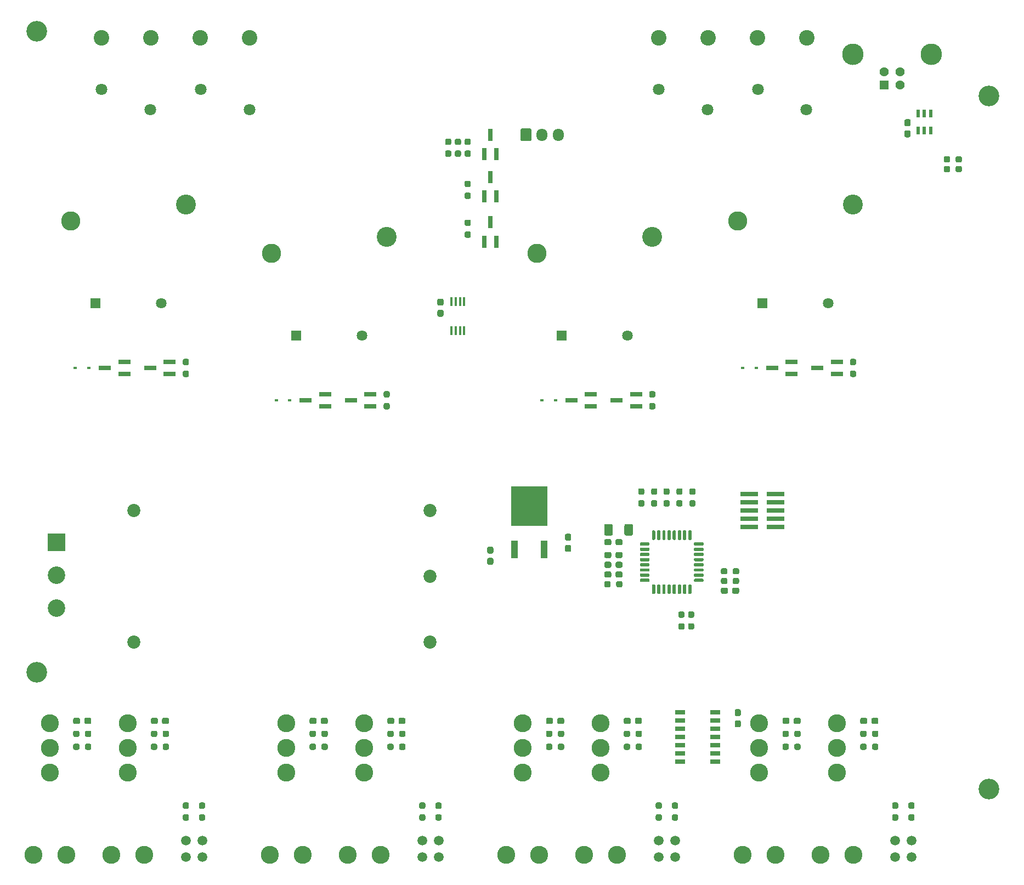
<source format=gts>
%TF.GenerationSoftware,KiCad,Pcbnew,5.1.10-88a1d61d58~90~ubuntu20.04.1*%
%TF.CreationDate,2021-10-18T00:45:22+03:00*%
%TF.ProjectId,PRS_relay_board,5052535f-7265-46c6-9179-5f626f617264,rev?*%
%TF.SameCoordinates,Original*%
%TF.FileFunction,Soldermask,Top*%
%TF.FilePolarity,Negative*%
%FSLAX46Y46*%
G04 Gerber Fmt 4.6, Leading zero omitted, Abs format (unit mm)*
G04 Created by KiCad (PCBNEW 5.1.10-88a1d61d58~90~ubuntu20.04.1) date 2021-10-18 00:45:22*
%MOMM*%
%LPD*%
G01*
G04 APERTURE LIST*
%ADD10C,2.775000*%
%ADD11C,1.800000*%
%ADD12C,3.316000*%
%ADD13C,1.428000*%
%ADD14R,1.428000X1.428000*%
%ADD15C,2.400000*%
%ADD16C,3.076000*%
%ADD17C,2.970000*%
%ADD18R,1.635000X1.635000*%
%ADD19C,1.635000*%
%ADD20R,0.450000X1.475000*%
%ADD21R,1.000000X2.750000*%
%ADD22R,5.550000X6.150000*%
%ADD23C,2.700000*%
%ADD24R,2.700000X2.700000*%
%ADD25R,1.550000X0.700000*%
%ADD26C,1.500000*%
%ADD27R,2.790000X0.740000*%
%ADD28R,0.600000X1.150000*%
%ADD29R,0.600000X0.450000*%
%ADD30R,0.800000X1.900000*%
%ADD31R,1.900000X0.800000*%
%ADD32C,2.025000*%
%ADD33O,1.700000X1.950000*%
%ADD34C,3.200000*%
G04 APERTURE END LIST*
D10*
%TO.C,S8*%
X188500000Y-168500000D03*
X188500000Y-164690000D03*
X188500000Y-160880000D03*
X191040000Y-181200000D03*
X185960000Y-181200000D03*
%TD*%
%TO.C,S7*%
X176500000Y-168500000D03*
X176500000Y-164690000D03*
X176500000Y-160880000D03*
X179040000Y-181200000D03*
X173960000Y-181200000D03*
%TD*%
%TO.C,S6*%
X152000000Y-168500000D03*
X152000000Y-164690000D03*
X152000000Y-160880000D03*
X154540000Y-181200000D03*
X149460000Y-181200000D03*
%TD*%
%TO.C,S5*%
X140000000Y-168500000D03*
X140000000Y-164690000D03*
X140000000Y-160880000D03*
X142540000Y-181200000D03*
X137460000Y-181200000D03*
%TD*%
%TO.C,S4*%
X115500000Y-168500000D03*
X115500000Y-164690000D03*
X115500000Y-160880000D03*
X118040000Y-181200000D03*
X112960000Y-181200000D03*
%TD*%
%TO.C,S3*%
X103500000Y-168500000D03*
X103500000Y-164690000D03*
X103500000Y-160880000D03*
X106040000Y-181200000D03*
X100960000Y-181200000D03*
%TD*%
%TO.C,S2*%
X79000000Y-168500000D03*
X79000000Y-164690000D03*
X79000000Y-160880000D03*
X81540000Y-181200000D03*
X76460000Y-181200000D03*
%TD*%
%TO.C,S1*%
X67000000Y-168500000D03*
X67000000Y-164690000D03*
X67000000Y-160880000D03*
X69540000Y-181200000D03*
X64460000Y-181200000D03*
%TD*%
D11*
%TO.C,RV4*%
X82500000Y-66100000D03*
X75000000Y-63000000D03*
%TD*%
%TO.C,RV3*%
X97800000Y-66100000D03*
X90300000Y-63000000D03*
%TD*%
%TO.C,RV2*%
X168500000Y-66100000D03*
X161000000Y-63000000D03*
%TD*%
%TO.C,RV1*%
X183800000Y-66100000D03*
X176300000Y-63000000D03*
%TD*%
%TO.C,R44*%
G36*
G01*
X131737500Y-71575000D02*
X131262500Y-71575000D01*
G75*
G02*
X131025000Y-71337500I0J237500D01*
G01*
X131025000Y-70837500D01*
G75*
G02*
X131262500Y-70600000I237500J0D01*
G01*
X131737500Y-70600000D01*
G75*
G02*
X131975000Y-70837500I0J-237500D01*
G01*
X131975000Y-71337500D01*
G75*
G02*
X131737500Y-71575000I-237500J0D01*
G01*
G37*
G36*
G01*
X131737500Y-73400000D02*
X131262500Y-73400000D01*
G75*
G02*
X131025000Y-73162500I0J237500D01*
G01*
X131025000Y-72662500D01*
G75*
G02*
X131262500Y-72425000I237500J0D01*
G01*
X131737500Y-72425000D01*
G75*
G02*
X131975000Y-72662500I0J-237500D01*
G01*
X131975000Y-73162500D01*
G75*
G02*
X131737500Y-73400000I-237500J0D01*
G01*
G37*
%TD*%
D12*
%TO.C,J3*%
X191000000Y-57590000D03*
X203040000Y-57590000D03*
D13*
X195770000Y-60300000D03*
X198270000Y-60300000D03*
D14*
X195770000Y-62300000D03*
D13*
X198270000Y-62300000D03*
%TD*%
D15*
%TO.C,J2*%
X97860000Y-55000000D03*
X90240000Y-55000000D03*
X82620000Y-55000000D03*
X75000000Y-55000000D03*
%TD*%
%TO.C,J1*%
X183860000Y-55000000D03*
X176240000Y-55000000D03*
X168620000Y-55000000D03*
X161000000Y-55000000D03*
%TD*%
D16*
%TO.C,K4*%
X87970000Y-80760000D03*
D17*
X70190000Y-83300000D03*
D18*
X74000000Y-96000000D03*
D19*
X84160000Y-96000000D03*
%TD*%
D16*
%TO.C,K3*%
X118970000Y-85760000D03*
D17*
X101190000Y-88300000D03*
D18*
X105000000Y-101000000D03*
D19*
X115160000Y-101000000D03*
%TD*%
D16*
%TO.C,K2*%
X159970000Y-85760000D03*
D17*
X142190000Y-88300000D03*
D18*
X146000000Y-101000000D03*
D19*
X156160000Y-101000000D03*
%TD*%
D16*
%TO.C,K1*%
X190970000Y-80760000D03*
D17*
X173190000Y-83300000D03*
D18*
X177000000Y-96000000D03*
D19*
X187160000Y-96000000D03*
%TD*%
D20*
%TO.C,U1*%
X129025000Y-95788000D03*
X129675000Y-95788000D03*
X130325000Y-95788000D03*
X130975000Y-95788000D03*
X130975000Y-100212000D03*
X130325000Y-100212000D03*
X129675000Y-100212000D03*
X129025000Y-100212000D03*
%TD*%
D21*
%TO.C,U5*%
X143290000Y-134000000D03*
D22*
X141000000Y-127300000D03*
D21*
X138710000Y-134000000D03*
%TD*%
D23*
%TO.C,J5*%
X68000000Y-143080000D03*
X68000000Y-138000000D03*
D24*
X68000000Y-132920000D03*
%TD*%
D25*
%TO.C,U3*%
X169725000Y-159190000D03*
X169725000Y-160460000D03*
X169725000Y-161730000D03*
X169725000Y-163000000D03*
X169725000Y-164270000D03*
X169725000Y-165540000D03*
X169725000Y-166810000D03*
X164275000Y-166810000D03*
X164275000Y-165540000D03*
X164275000Y-164270000D03*
X164275000Y-163000000D03*
X164275000Y-161730000D03*
X164275000Y-160460000D03*
X164275000Y-159190000D03*
%TD*%
D26*
%TO.C,LED4*%
X200040000Y-178960000D03*
X197500000Y-178960000D03*
X200040000Y-181500000D03*
X197500000Y-181500000D03*
%TD*%
%TO.C,LED3*%
X163540000Y-178960000D03*
X161000000Y-178960000D03*
X163540000Y-181500000D03*
X161000000Y-181500000D03*
%TD*%
%TO.C,LED2*%
X127040000Y-178960000D03*
X124500000Y-178960000D03*
X127040000Y-181500000D03*
X124500000Y-181500000D03*
%TD*%
%TO.C,LED1*%
X90540000Y-178960000D03*
X88000000Y-178960000D03*
X90540000Y-181500000D03*
X88000000Y-181500000D03*
%TD*%
D27*
%TO.C,J4*%
X179035000Y-130540000D03*
X174965000Y-130540000D03*
X179035000Y-129270000D03*
X174965000Y-129270000D03*
X179035000Y-128000000D03*
X174965000Y-128000000D03*
X179035000Y-126730000D03*
X174965000Y-126730000D03*
X179035000Y-125460000D03*
X174965000Y-125460000D03*
%TD*%
D28*
%TO.C,U4*%
X202950000Y-69300000D03*
X202000000Y-69300000D03*
X201050000Y-69300000D03*
X201050000Y-66700000D03*
X202000000Y-66700000D03*
X202950000Y-66700000D03*
%TD*%
%TO.C,C13*%
G36*
G01*
X153900000Y-130349999D02*
X153900000Y-131650001D01*
G75*
G02*
X153650001Y-131900000I-249999J0D01*
G01*
X152824999Y-131900000D01*
G75*
G02*
X152575000Y-131650001I0J249999D01*
G01*
X152575000Y-130349999D01*
G75*
G02*
X152824999Y-130100000I249999J0D01*
G01*
X153650001Y-130100000D01*
G75*
G02*
X153900000Y-130349999I0J-249999D01*
G01*
G37*
G36*
G01*
X157025000Y-130349999D02*
X157025000Y-131650001D01*
G75*
G02*
X156775001Y-131900000I-249999J0D01*
G01*
X155949999Y-131900000D01*
G75*
G02*
X155700000Y-131650001I0J249999D01*
G01*
X155700000Y-130349999D01*
G75*
G02*
X155949999Y-130100000I249999J0D01*
G01*
X156775001Y-130100000D01*
G75*
G02*
X157025000Y-130349999I0J-249999D01*
G01*
G37*
%TD*%
D29*
%TO.C,D7*%
X70950000Y-106000000D03*
X73050000Y-106000000D03*
%TD*%
%TO.C,D5*%
X101950000Y-111000000D03*
X104050000Y-111000000D03*
%TD*%
%TO.C,D3*%
X142950000Y-111000000D03*
X145050000Y-111000000D03*
%TD*%
%TO.C,D1*%
X173950000Y-106000000D03*
X176050000Y-106000000D03*
%TD*%
%TO.C,U2*%
G36*
G01*
X159950000Y-132450000D02*
X159950000Y-131200000D01*
G75*
G02*
X160075000Y-131075000I125000J0D01*
G01*
X160325000Y-131075000D01*
G75*
G02*
X160450000Y-131200000I0J-125000D01*
G01*
X160450000Y-132450000D01*
G75*
G02*
X160325000Y-132575000I-125000J0D01*
G01*
X160075000Y-132575000D01*
G75*
G02*
X159950000Y-132450000I0J125000D01*
G01*
G37*
G36*
G01*
X160750000Y-132450000D02*
X160750000Y-131200000D01*
G75*
G02*
X160875000Y-131075000I125000J0D01*
G01*
X161125000Y-131075000D01*
G75*
G02*
X161250000Y-131200000I0J-125000D01*
G01*
X161250000Y-132450000D01*
G75*
G02*
X161125000Y-132575000I-125000J0D01*
G01*
X160875000Y-132575000D01*
G75*
G02*
X160750000Y-132450000I0J125000D01*
G01*
G37*
G36*
G01*
X161550000Y-132450000D02*
X161550000Y-131200000D01*
G75*
G02*
X161675000Y-131075000I125000J0D01*
G01*
X161925000Y-131075000D01*
G75*
G02*
X162050000Y-131200000I0J-125000D01*
G01*
X162050000Y-132450000D01*
G75*
G02*
X161925000Y-132575000I-125000J0D01*
G01*
X161675000Y-132575000D01*
G75*
G02*
X161550000Y-132450000I0J125000D01*
G01*
G37*
G36*
G01*
X162350000Y-132450000D02*
X162350000Y-131200000D01*
G75*
G02*
X162475000Y-131075000I125000J0D01*
G01*
X162725000Y-131075000D01*
G75*
G02*
X162850000Y-131200000I0J-125000D01*
G01*
X162850000Y-132450000D01*
G75*
G02*
X162725000Y-132575000I-125000J0D01*
G01*
X162475000Y-132575000D01*
G75*
G02*
X162350000Y-132450000I0J125000D01*
G01*
G37*
G36*
G01*
X163150000Y-132450000D02*
X163150000Y-131200000D01*
G75*
G02*
X163275000Y-131075000I125000J0D01*
G01*
X163525000Y-131075000D01*
G75*
G02*
X163650000Y-131200000I0J-125000D01*
G01*
X163650000Y-132450000D01*
G75*
G02*
X163525000Y-132575000I-125000J0D01*
G01*
X163275000Y-132575000D01*
G75*
G02*
X163150000Y-132450000I0J125000D01*
G01*
G37*
G36*
G01*
X163950000Y-132450000D02*
X163950000Y-131200000D01*
G75*
G02*
X164075000Y-131075000I125000J0D01*
G01*
X164325000Y-131075000D01*
G75*
G02*
X164450000Y-131200000I0J-125000D01*
G01*
X164450000Y-132450000D01*
G75*
G02*
X164325000Y-132575000I-125000J0D01*
G01*
X164075000Y-132575000D01*
G75*
G02*
X163950000Y-132450000I0J125000D01*
G01*
G37*
G36*
G01*
X164750000Y-132450000D02*
X164750000Y-131200000D01*
G75*
G02*
X164875000Y-131075000I125000J0D01*
G01*
X165125000Y-131075000D01*
G75*
G02*
X165250000Y-131200000I0J-125000D01*
G01*
X165250000Y-132450000D01*
G75*
G02*
X165125000Y-132575000I-125000J0D01*
G01*
X164875000Y-132575000D01*
G75*
G02*
X164750000Y-132450000I0J125000D01*
G01*
G37*
G36*
G01*
X165550000Y-132450000D02*
X165550000Y-131200000D01*
G75*
G02*
X165675000Y-131075000I125000J0D01*
G01*
X165925000Y-131075000D01*
G75*
G02*
X166050000Y-131200000I0J-125000D01*
G01*
X166050000Y-132450000D01*
G75*
G02*
X165925000Y-132575000I-125000J0D01*
G01*
X165675000Y-132575000D01*
G75*
G02*
X165550000Y-132450000I0J125000D01*
G01*
G37*
G36*
G01*
X166425000Y-133325000D02*
X166425000Y-133075000D01*
G75*
G02*
X166550000Y-132950000I125000J0D01*
G01*
X167800000Y-132950000D01*
G75*
G02*
X167925000Y-133075000I0J-125000D01*
G01*
X167925000Y-133325000D01*
G75*
G02*
X167800000Y-133450000I-125000J0D01*
G01*
X166550000Y-133450000D01*
G75*
G02*
X166425000Y-133325000I0J125000D01*
G01*
G37*
G36*
G01*
X166425000Y-134125000D02*
X166425000Y-133875000D01*
G75*
G02*
X166550000Y-133750000I125000J0D01*
G01*
X167800000Y-133750000D01*
G75*
G02*
X167925000Y-133875000I0J-125000D01*
G01*
X167925000Y-134125000D01*
G75*
G02*
X167800000Y-134250000I-125000J0D01*
G01*
X166550000Y-134250000D01*
G75*
G02*
X166425000Y-134125000I0J125000D01*
G01*
G37*
G36*
G01*
X166425000Y-134925000D02*
X166425000Y-134675000D01*
G75*
G02*
X166550000Y-134550000I125000J0D01*
G01*
X167800000Y-134550000D01*
G75*
G02*
X167925000Y-134675000I0J-125000D01*
G01*
X167925000Y-134925000D01*
G75*
G02*
X167800000Y-135050000I-125000J0D01*
G01*
X166550000Y-135050000D01*
G75*
G02*
X166425000Y-134925000I0J125000D01*
G01*
G37*
G36*
G01*
X166425000Y-135725000D02*
X166425000Y-135475000D01*
G75*
G02*
X166550000Y-135350000I125000J0D01*
G01*
X167800000Y-135350000D01*
G75*
G02*
X167925000Y-135475000I0J-125000D01*
G01*
X167925000Y-135725000D01*
G75*
G02*
X167800000Y-135850000I-125000J0D01*
G01*
X166550000Y-135850000D01*
G75*
G02*
X166425000Y-135725000I0J125000D01*
G01*
G37*
G36*
G01*
X166425000Y-136525000D02*
X166425000Y-136275000D01*
G75*
G02*
X166550000Y-136150000I125000J0D01*
G01*
X167800000Y-136150000D01*
G75*
G02*
X167925000Y-136275000I0J-125000D01*
G01*
X167925000Y-136525000D01*
G75*
G02*
X167800000Y-136650000I-125000J0D01*
G01*
X166550000Y-136650000D01*
G75*
G02*
X166425000Y-136525000I0J125000D01*
G01*
G37*
G36*
G01*
X166425000Y-137325000D02*
X166425000Y-137075000D01*
G75*
G02*
X166550000Y-136950000I125000J0D01*
G01*
X167800000Y-136950000D01*
G75*
G02*
X167925000Y-137075000I0J-125000D01*
G01*
X167925000Y-137325000D01*
G75*
G02*
X167800000Y-137450000I-125000J0D01*
G01*
X166550000Y-137450000D01*
G75*
G02*
X166425000Y-137325000I0J125000D01*
G01*
G37*
G36*
G01*
X166425000Y-138125000D02*
X166425000Y-137875000D01*
G75*
G02*
X166550000Y-137750000I125000J0D01*
G01*
X167800000Y-137750000D01*
G75*
G02*
X167925000Y-137875000I0J-125000D01*
G01*
X167925000Y-138125000D01*
G75*
G02*
X167800000Y-138250000I-125000J0D01*
G01*
X166550000Y-138250000D01*
G75*
G02*
X166425000Y-138125000I0J125000D01*
G01*
G37*
G36*
G01*
X166425000Y-138925000D02*
X166425000Y-138675000D01*
G75*
G02*
X166550000Y-138550000I125000J0D01*
G01*
X167800000Y-138550000D01*
G75*
G02*
X167925000Y-138675000I0J-125000D01*
G01*
X167925000Y-138925000D01*
G75*
G02*
X167800000Y-139050000I-125000J0D01*
G01*
X166550000Y-139050000D01*
G75*
G02*
X166425000Y-138925000I0J125000D01*
G01*
G37*
G36*
G01*
X165550000Y-140800000D02*
X165550000Y-139550000D01*
G75*
G02*
X165675000Y-139425000I125000J0D01*
G01*
X165925000Y-139425000D01*
G75*
G02*
X166050000Y-139550000I0J-125000D01*
G01*
X166050000Y-140800000D01*
G75*
G02*
X165925000Y-140925000I-125000J0D01*
G01*
X165675000Y-140925000D01*
G75*
G02*
X165550000Y-140800000I0J125000D01*
G01*
G37*
G36*
G01*
X164750000Y-140800000D02*
X164750000Y-139550000D01*
G75*
G02*
X164875000Y-139425000I125000J0D01*
G01*
X165125000Y-139425000D01*
G75*
G02*
X165250000Y-139550000I0J-125000D01*
G01*
X165250000Y-140800000D01*
G75*
G02*
X165125000Y-140925000I-125000J0D01*
G01*
X164875000Y-140925000D01*
G75*
G02*
X164750000Y-140800000I0J125000D01*
G01*
G37*
G36*
G01*
X163950000Y-140800000D02*
X163950000Y-139550000D01*
G75*
G02*
X164075000Y-139425000I125000J0D01*
G01*
X164325000Y-139425000D01*
G75*
G02*
X164450000Y-139550000I0J-125000D01*
G01*
X164450000Y-140800000D01*
G75*
G02*
X164325000Y-140925000I-125000J0D01*
G01*
X164075000Y-140925000D01*
G75*
G02*
X163950000Y-140800000I0J125000D01*
G01*
G37*
G36*
G01*
X163150000Y-140800000D02*
X163150000Y-139550000D01*
G75*
G02*
X163275000Y-139425000I125000J0D01*
G01*
X163525000Y-139425000D01*
G75*
G02*
X163650000Y-139550000I0J-125000D01*
G01*
X163650000Y-140800000D01*
G75*
G02*
X163525000Y-140925000I-125000J0D01*
G01*
X163275000Y-140925000D01*
G75*
G02*
X163150000Y-140800000I0J125000D01*
G01*
G37*
G36*
G01*
X162350000Y-140800000D02*
X162350000Y-139550000D01*
G75*
G02*
X162475000Y-139425000I125000J0D01*
G01*
X162725000Y-139425000D01*
G75*
G02*
X162850000Y-139550000I0J-125000D01*
G01*
X162850000Y-140800000D01*
G75*
G02*
X162725000Y-140925000I-125000J0D01*
G01*
X162475000Y-140925000D01*
G75*
G02*
X162350000Y-140800000I0J125000D01*
G01*
G37*
G36*
G01*
X161550000Y-140800000D02*
X161550000Y-139550000D01*
G75*
G02*
X161675000Y-139425000I125000J0D01*
G01*
X161925000Y-139425000D01*
G75*
G02*
X162050000Y-139550000I0J-125000D01*
G01*
X162050000Y-140800000D01*
G75*
G02*
X161925000Y-140925000I-125000J0D01*
G01*
X161675000Y-140925000D01*
G75*
G02*
X161550000Y-140800000I0J125000D01*
G01*
G37*
G36*
G01*
X160750000Y-140800000D02*
X160750000Y-139550000D01*
G75*
G02*
X160875000Y-139425000I125000J0D01*
G01*
X161125000Y-139425000D01*
G75*
G02*
X161250000Y-139550000I0J-125000D01*
G01*
X161250000Y-140800000D01*
G75*
G02*
X161125000Y-140925000I-125000J0D01*
G01*
X160875000Y-140925000D01*
G75*
G02*
X160750000Y-140800000I0J125000D01*
G01*
G37*
G36*
G01*
X159950000Y-140800000D02*
X159950000Y-139550000D01*
G75*
G02*
X160075000Y-139425000I125000J0D01*
G01*
X160325000Y-139425000D01*
G75*
G02*
X160450000Y-139550000I0J-125000D01*
G01*
X160450000Y-140800000D01*
G75*
G02*
X160325000Y-140925000I-125000J0D01*
G01*
X160075000Y-140925000D01*
G75*
G02*
X159950000Y-140800000I0J125000D01*
G01*
G37*
G36*
G01*
X158075000Y-138925000D02*
X158075000Y-138675000D01*
G75*
G02*
X158200000Y-138550000I125000J0D01*
G01*
X159450000Y-138550000D01*
G75*
G02*
X159575000Y-138675000I0J-125000D01*
G01*
X159575000Y-138925000D01*
G75*
G02*
X159450000Y-139050000I-125000J0D01*
G01*
X158200000Y-139050000D01*
G75*
G02*
X158075000Y-138925000I0J125000D01*
G01*
G37*
G36*
G01*
X158075000Y-138125000D02*
X158075000Y-137875000D01*
G75*
G02*
X158200000Y-137750000I125000J0D01*
G01*
X159450000Y-137750000D01*
G75*
G02*
X159575000Y-137875000I0J-125000D01*
G01*
X159575000Y-138125000D01*
G75*
G02*
X159450000Y-138250000I-125000J0D01*
G01*
X158200000Y-138250000D01*
G75*
G02*
X158075000Y-138125000I0J125000D01*
G01*
G37*
G36*
G01*
X158075000Y-137325000D02*
X158075000Y-137075000D01*
G75*
G02*
X158200000Y-136950000I125000J0D01*
G01*
X159450000Y-136950000D01*
G75*
G02*
X159575000Y-137075000I0J-125000D01*
G01*
X159575000Y-137325000D01*
G75*
G02*
X159450000Y-137450000I-125000J0D01*
G01*
X158200000Y-137450000D01*
G75*
G02*
X158075000Y-137325000I0J125000D01*
G01*
G37*
G36*
G01*
X158075000Y-136525000D02*
X158075000Y-136275000D01*
G75*
G02*
X158200000Y-136150000I125000J0D01*
G01*
X159450000Y-136150000D01*
G75*
G02*
X159575000Y-136275000I0J-125000D01*
G01*
X159575000Y-136525000D01*
G75*
G02*
X159450000Y-136650000I-125000J0D01*
G01*
X158200000Y-136650000D01*
G75*
G02*
X158075000Y-136525000I0J125000D01*
G01*
G37*
G36*
G01*
X158075000Y-135725000D02*
X158075000Y-135475000D01*
G75*
G02*
X158200000Y-135350000I125000J0D01*
G01*
X159450000Y-135350000D01*
G75*
G02*
X159575000Y-135475000I0J-125000D01*
G01*
X159575000Y-135725000D01*
G75*
G02*
X159450000Y-135850000I-125000J0D01*
G01*
X158200000Y-135850000D01*
G75*
G02*
X158075000Y-135725000I0J125000D01*
G01*
G37*
G36*
G01*
X158075000Y-134925000D02*
X158075000Y-134675000D01*
G75*
G02*
X158200000Y-134550000I125000J0D01*
G01*
X159450000Y-134550000D01*
G75*
G02*
X159575000Y-134675000I0J-125000D01*
G01*
X159575000Y-134925000D01*
G75*
G02*
X159450000Y-135050000I-125000J0D01*
G01*
X158200000Y-135050000D01*
G75*
G02*
X158075000Y-134925000I0J125000D01*
G01*
G37*
G36*
G01*
X158075000Y-134125000D02*
X158075000Y-133875000D01*
G75*
G02*
X158200000Y-133750000I125000J0D01*
G01*
X159450000Y-133750000D01*
G75*
G02*
X159575000Y-133875000I0J-125000D01*
G01*
X159575000Y-134125000D01*
G75*
G02*
X159450000Y-134250000I-125000J0D01*
G01*
X158200000Y-134250000D01*
G75*
G02*
X158075000Y-134125000I0J125000D01*
G01*
G37*
G36*
G01*
X158075000Y-133325000D02*
X158075000Y-133075000D01*
G75*
G02*
X158200000Y-132950000I125000J0D01*
G01*
X159450000Y-132950000D01*
G75*
G02*
X159575000Y-133075000I0J-125000D01*
G01*
X159575000Y-133325000D01*
G75*
G02*
X159450000Y-133450000I-125000J0D01*
G01*
X158200000Y-133450000D01*
G75*
G02*
X158075000Y-133325000I0J125000D01*
G01*
G37*
%TD*%
%TO.C,R43*%
G36*
G01*
X128737500Y-71575000D02*
X128262500Y-71575000D01*
G75*
G02*
X128025000Y-71337500I0J237500D01*
G01*
X128025000Y-70837500D01*
G75*
G02*
X128262500Y-70600000I237500J0D01*
G01*
X128737500Y-70600000D01*
G75*
G02*
X128975000Y-70837500I0J-237500D01*
G01*
X128975000Y-71337500D01*
G75*
G02*
X128737500Y-71575000I-237500J0D01*
G01*
G37*
G36*
G01*
X128737500Y-73400000D02*
X128262500Y-73400000D01*
G75*
G02*
X128025000Y-73162500I0J237500D01*
G01*
X128025000Y-72662500D01*
G75*
G02*
X128262500Y-72425000I237500J0D01*
G01*
X128737500Y-72425000D01*
G75*
G02*
X128975000Y-72662500I0J-237500D01*
G01*
X128975000Y-73162500D01*
G75*
G02*
X128737500Y-73400000I-237500J0D01*
G01*
G37*
%TD*%
%TO.C,R42*%
G36*
G01*
X129762500Y-72425000D02*
X130237500Y-72425000D01*
G75*
G02*
X130475000Y-72662500I0J-237500D01*
G01*
X130475000Y-73162500D01*
G75*
G02*
X130237500Y-73400000I-237500J0D01*
G01*
X129762500Y-73400000D01*
G75*
G02*
X129525000Y-73162500I0J237500D01*
G01*
X129525000Y-72662500D01*
G75*
G02*
X129762500Y-72425000I237500J0D01*
G01*
G37*
G36*
G01*
X129762500Y-70600000D02*
X130237500Y-70600000D01*
G75*
G02*
X130475000Y-70837500I0J-237500D01*
G01*
X130475000Y-71337500D01*
G75*
G02*
X130237500Y-71575000I-237500J0D01*
G01*
X129762500Y-71575000D01*
G75*
G02*
X129525000Y-71337500I0J237500D01*
G01*
X129525000Y-70837500D01*
G75*
G02*
X129762500Y-70600000I237500J0D01*
G01*
G37*
%TD*%
%TO.C,R41*%
G36*
G01*
X131262500Y-84925000D02*
X131737500Y-84925000D01*
G75*
G02*
X131975000Y-85162500I0J-237500D01*
G01*
X131975000Y-85662500D01*
G75*
G02*
X131737500Y-85900000I-237500J0D01*
G01*
X131262500Y-85900000D01*
G75*
G02*
X131025000Y-85662500I0J237500D01*
G01*
X131025000Y-85162500D01*
G75*
G02*
X131262500Y-84925000I237500J0D01*
G01*
G37*
G36*
G01*
X131262500Y-83100000D02*
X131737500Y-83100000D01*
G75*
G02*
X131975000Y-83337500I0J-237500D01*
G01*
X131975000Y-83837500D01*
G75*
G02*
X131737500Y-84075000I-237500J0D01*
G01*
X131262500Y-84075000D01*
G75*
G02*
X131025000Y-83837500I0J237500D01*
G01*
X131025000Y-83337500D01*
G75*
G02*
X131262500Y-83100000I237500J0D01*
G01*
G37*
%TD*%
%TO.C,R40*%
G36*
G01*
X131262500Y-78925000D02*
X131737500Y-78925000D01*
G75*
G02*
X131975000Y-79162500I0J-237500D01*
G01*
X131975000Y-79662500D01*
G75*
G02*
X131737500Y-79900000I-237500J0D01*
G01*
X131262500Y-79900000D01*
G75*
G02*
X131025000Y-79662500I0J237500D01*
G01*
X131025000Y-79162500D01*
G75*
G02*
X131262500Y-78925000I237500J0D01*
G01*
G37*
G36*
G01*
X131262500Y-77100000D02*
X131737500Y-77100000D01*
G75*
G02*
X131975000Y-77337500I0J-237500D01*
G01*
X131975000Y-77837500D01*
G75*
G02*
X131737500Y-78075000I-237500J0D01*
G01*
X131262500Y-78075000D01*
G75*
G02*
X131025000Y-77837500I0J237500D01*
G01*
X131025000Y-77337500D01*
G75*
G02*
X131262500Y-77100000I237500J0D01*
G01*
G37*
%TD*%
%TO.C,R39*%
G36*
G01*
X165962500Y-126425000D02*
X166437500Y-126425000D01*
G75*
G02*
X166675000Y-126662500I0J-237500D01*
G01*
X166675000Y-127162500D01*
G75*
G02*
X166437500Y-127400000I-237500J0D01*
G01*
X165962500Y-127400000D01*
G75*
G02*
X165725000Y-127162500I0J237500D01*
G01*
X165725000Y-126662500D01*
G75*
G02*
X165962500Y-126425000I237500J0D01*
G01*
G37*
G36*
G01*
X165962500Y-124600000D02*
X166437500Y-124600000D01*
G75*
G02*
X166675000Y-124837500I0J-237500D01*
G01*
X166675000Y-125337500D01*
G75*
G02*
X166437500Y-125575000I-237500J0D01*
G01*
X165962500Y-125575000D01*
G75*
G02*
X165725000Y-125337500I0J237500D01*
G01*
X165725000Y-124837500D01*
G75*
G02*
X165962500Y-124600000I237500J0D01*
G01*
G37*
%TD*%
%TO.C,R38*%
G36*
G01*
X163962500Y-126425000D02*
X164437500Y-126425000D01*
G75*
G02*
X164675000Y-126662500I0J-237500D01*
G01*
X164675000Y-127162500D01*
G75*
G02*
X164437500Y-127400000I-237500J0D01*
G01*
X163962500Y-127400000D01*
G75*
G02*
X163725000Y-127162500I0J237500D01*
G01*
X163725000Y-126662500D01*
G75*
G02*
X163962500Y-126425000I237500J0D01*
G01*
G37*
G36*
G01*
X163962500Y-124600000D02*
X164437500Y-124600000D01*
G75*
G02*
X164675000Y-124837500I0J-237500D01*
G01*
X164675000Y-125337500D01*
G75*
G02*
X164437500Y-125575000I-237500J0D01*
G01*
X163962500Y-125575000D01*
G75*
G02*
X163725000Y-125337500I0J237500D01*
G01*
X163725000Y-124837500D01*
G75*
G02*
X163962500Y-124600000I237500J0D01*
G01*
G37*
%TD*%
%TO.C,R37*%
G36*
G01*
X161962500Y-126425000D02*
X162437500Y-126425000D01*
G75*
G02*
X162675000Y-126662500I0J-237500D01*
G01*
X162675000Y-127162500D01*
G75*
G02*
X162437500Y-127400000I-237500J0D01*
G01*
X161962500Y-127400000D01*
G75*
G02*
X161725000Y-127162500I0J237500D01*
G01*
X161725000Y-126662500D01*
G75*
G02*
X161962500Y-126425000I237500J0D01*
G01*
G37*
G36*
G01*
X161962500Y-124600000D02*
X162437500Y-124600000D01*
G75*
G02*
X162675000Y-124837500I0J-237500D01*
G01*
X162675000Y-125337500D01*
G75*
G02*
X162437500Y-125575000I-237500J0D01*
G01*
X161962500Y-125575000D01*
G75*
G02*
X161725000Y-125337500I0J237500D01*
G01*
X161725000Y-124837500D01*
G75*
G02*
X161962500Y-124600000I237500J0D01*
G01*
G37*
%TD*%
%TO.C,R36*%
G36*
G01*
X193925000Y-164737500D02*
X193925000Y-164262500D01*
G75*
G02*
X194162500Y-164025000I237500J0D01*
G01*
X194662500Y-164025000D01*
G75*
G02*
X194900000Y-164262500I0J-237500D01*
G01*
X194900000Y-164737500D01*
G75*
G02*
X194662500Y-164975000I-237500J0D01*
G01*
X194162500Y-164975000D01*
G75*
G02*
X193925000Y-164737500I0J237500D01*
G01*
G37*
G36*
G01*
X192100000Y-164737500D02*
X192100000Y-164262500D01*
G75*
G02*
X192337500Y-164025000I237500J0D01*
G01*
X192837500Y-164025000D01*
G75*
G02*
X193075000Y-164262500I0J-237500D01*
G01*
X193075000Y-164737500D01*
G75*
G02*
X192837500Y-164975000I-237500J0D01*
G01*
X192337500Y-164975000D01*
G75*
G02*
X192100000Y-164737500I0J237500D01*
G01*
G37*
%TD*%
%TO.C,R35*%
G36*
G01*
X181925000Y-164737500D02*
X181925000Y-164262500D01*
G75*
G02*
X182162500Y-164025000I237500J0D01*
G01*
X182662500Y-164025000D01*
G75*
G02*
X182900000Y-164262500I0J-237500D01*
G01*
X182900000Y-164737500D01*
G75*
G02*
X182662500Y-164975000I-237500J0D01*
G01*
X182162500Y-164975000D01*
G75*
G02*
X181925000Y-164737500I0J237500D01*
G01*
G37*
G36*
G01*
X180100000Y-164737500D02*
X180100000Y-164262500D01*
G75*
G02*
X180337500Y-164025000I237500J0D01*
G01*
X180837500Y-164025000D01*
G75*
G02*
X181075000Y-164262500I0J-237500D01*
G01*
X181075000Y-164737500D01*
G75*
G02*
X180837500Y-164975000I-237500J0D01*
G01*
X180337500Y-164975000D01*
G75*
G02*
X180100000Y-164737500I0J237500D01*
G01*
G37*
%TD*%
%TO.C,R34*%
G36*
G01*
X193075000Y-162262500D02*
X193075000Y-162737500D01*
G75*
G02*
X192837500Y-162975000I-237500J0D01*
G01*
X192337500Y-162975000D01*
G75*
G02*
X192100000Y-162737500I0J237500D01*
G01*
X192100000Y-162262500D01*
G75*
G02*
X192337500Y-162025000I237500J0D01*
G01*
X192837500Y-162025000D01*
G75*
G02*
X193075000Y-162262500I0J-237500D01*
G01*
G37*
G36*
G01*
X194900000Y-162262500D02*
X194900000Y-162737500D01*
G75*
G02*
X194662500Y-162975000I-237500J0D01*
G01*
X194162500Y-162975000D01*
G75*
G02*
X193925000Y-162737500I0J237500D01*
G01*
X193925000Y-162262500D01*
G75*
G02*
X194162500Y-162025000I237500J0D01*
G01*
X194662500Y-162025000D01*
G75*
G02*
X194900000Y-162262500I0J-237500D01*
G01*
G37*
%TD*%
%TO.C,R33*%
G36*
G01*
X181075000Y-162262500D02*
X181075000Y-162737500D01*
G75*
G02*
X180837500Y-162975000I-237500J0D01*
G01*
X180337500Y-162975000D01*
G75*
G02*
X180100000Y-162737500I0J237500D01*
G01*
X180100000Y-162262500D01*
G75*
G02*
X180337500Y-162025000I237500J0D01*
G01*
X180837500Y-162025000D01*
G75*
G02*
X181075000Y-162262500I0J-237500D01*
G01*
G37*
G36*
G01*
X182900000Y-162262500D02*
X182900000Y-162737500D01*
G75*
G02*
X182662500Y-162975000I-237500J0D01*
G01*
X182162500Y-162975000D01*
G75*
G02*
X181925000Y-162737500I0J237500D01*
G01*
X181925000Y-162262500D01*
G75*
G02*
X182162500Y-162025000I237500J0D01*
G01*
X182662500Y-162025000D01*
G75*
G02*
X182900000Y-162262500I0J-237500D01*
G01*
G37*
%TD*%
%TO.C,R32*%
G36*
G01*
X199762500Y-174925000D02*
X200237500Y-174925000D01*
G75*
G02*
X200475000Y-175162500I0J-237500D01*
G01*
X200475000Y-175662500D01*
G75*
G02*
X200237500Y-175900000I-237500J0D01*
G01*
X199762500Y-175900000D01*
G75*
G02*
X199525000Y-175662500I0J237500D01*
G01*
X199525000Y-175162500D01*
G75*
G02*
X199762500Y-174925000I237500J0D01*
G01*
G37*
G36*
G01*
X199762500Y-173100000D02*
X200237500Y-173100000D01*
G75*
G02*
X200475000Y-173337500I0J-237500D01*
G01*
X200475000Y-173837500D01*
G75*
G02*
X200237500Y-174075000I-237500J0D01*
G01*
X199762500Y-174075000D01*
G75*
G02*
X199525000Y-173837500I0J237500D01*
G01*
X199525000Y-173337500D01*
G75*
G02*
X199762500Y-173100000I237500J0D01*
G01*
G37*
%TD*%
%TO.C,R31*%
G36*
G01*
X157425000Y-164737500D02*
X157425000Y-164262500D01*
G75*
G02*
X157662500Y-164025000I237500J0D01*
G01*
X158162500Y-164025000D01*
G75*
G02*
X158400000Y-164262500I0J-237500D01*
G01*
X158400000Y-164737500D01*
G75*
G02*
X158162500Y-164975000I-237500J0D01*
G01*
X157662500Y-164975000D01*
G75*
G02*
X157425000Y-164737500I0J237500D01*
G01*
G37*
G36*
G01*
X155600000Y-164737500D02*
X155600000Y-164262500D01*
G75*
G02*
X155837500Y-164025000I237500J0D01*
G01*
X156337500Y-164025000D01*
G75*
G02*
X156575000Y-164262500I0J-237500D01*
G01*
X156575000Y-164737500D01*
G75*
G02*
X156337500Y-164975000I-237500J0D01*
G01*
X155837500Y-164975000D01*
G75*
G02*
X155600000Y-164737500I0J237500D01*
G01*
G37*
%TD*%
%TO.C,R30*%
G36*
G01*
X145425000Y-164737500D02*
X145425000Y-164262500D01*
G75*
G02*
X145662500Y-164025000I237500J0D01*
G01*
X146162500Y-164025000D01*
G75*
G02*
X146400000Y-164262500I0J-237500D01*
G01*
X146400000Y-164737500D01*
G75*
G02*
X146162500Y-164975000I-237500J0D01*
G01*
X145662500Y-164975000D01*
G75*
G02*
X145425000Y-164737500I0J237500D01*
G01*
G37*
G36*
G01*
X143600000Y-164737500D02*
X143600000Y-164262500D01*
G75*
G02*
X143837500Y-164025000I237500J0D01*
G01*
X144337500Y-164025000D01*
G75*
G02*
X144575000Y-164262500I0J-237500D01*
G01*
X144575000Y-164737500D01*
G75*
G02*
X144337500Y-164975000I-237500J0D01*
G01*
X143837500Y-164975000D01*
G75*
G02*
X143600000Y-164737500I0J237500D01*
G01*
G37*
%TD*%
%TO.C,R29*%
G36*
G01*
X156575000Y-162262500D02*
X156575000Y-162737500D01*
G75*
G02*
X156337500Y-162975000I-237500J0D01*
G01*
X155837500Y-162975000D01*
G75*
G02*
X155600000Y-162737500I0J237500D01*
G01*
X155600000Y-162262500D01*
G75*
G02*
X155837500Y-162025000I237500J0D01*
G01*
X156337500Y-162025000D01*
G75*
G02*
X156575000Y-162262500I0J-237500D01*
G01*
G37*
G36*
G01*
X158400000Y-162262500D02*
X158400000Y-162737500D01*
G75*
G02*
X158162500Y-162975000I-237500J0D01*
G01*
X157662500Y-162975000D01*
G75*
G02*
X157425000Y-162737500I0J237500D01*
G01*
X157425000Y-162262500D01*
G75*
G02*
X157662500Y-162025000I237500J0D01*
G01*
X158162500Y-162025000D01*
G75*
G02*
X158400000Y-162262500I0J-237500D01*
G01*
G37*
%TD*%
%TO.C,R28*%
G36*
G01*
X144575000Y-162262500D02*
X144575000Y-162737500D01*
G75*
G02*
X144337500Y-162975000I-237500J0D01*
G01*
X143837500Y-162975000D01*
G75*
G02*
X143600000Y-162737500I0J237500D01*
G01*
X143600000Y-162262500D01*
G75*
G02*
X143837500Y-162025000I237500J0D01*
G01*
X144337500Y-162025000D01*
G75*
G02*
X144575000Y-162262500I0J-237500D01*
G01*
G37*
G36*
G01*
X146400000Y-162262500D02*
X146400000Y-162737500D01*
G75*
G02*
X146162500Y-162975000I-237500J0D01*
G01*
X145662500Y-162975000D01*
G75*
G02*
X145425000Y-162737500I0J237500D01*
G01*
X145425000Y-162262500D01*
G75*
G02*
X145662500Y-162025000I237500J0D01*
G01*
X146162500Y-162025000D01*
G75*
G02*
X146400000Y-162262500I0J-237500D01*
G01*
G37*
%TD*%
%TO.C,R27*%
G36*
G01*
X197737500Y-174075000D02*
X197262500Y-174075000D01*
G75*
G02*
X197025000Y-173837500I0J237500D01*
G01*
X197025000Y-173337500D01*
G75*
G02*
X197262500Y-173100000I237500J0D01*
G01*
X197737500Y-173100000D01*
G75*
G02*
X197975000Y-173337500I0J-237500D01*
G01*
X197975000Y-173837500D01*
G75*
G02*
X197737500Y-174075000I-237500J0D01*
G01*
G37*
G36*
G01*
X197737500Y-175900000D02*
X197262500Y-175900000D01*
G75*
G02*
X197025000Y-175662500I0J237500D01*
G01*
X197025000Y-175162500D01*
G75*
G02*
X197262500Y-174925000I237500J0D01*
G01*
X197737500Y-174925000D01*
G75*
G02*
X197975000Y-175162500I0J-237500D01*
G01*
X197975000Y-175662500D01*
G75*
G02*
X197737500Y-175900000I-237500J0D01*
G01*
G37*
%TD*%
%TO.C,R26*%
G36*
G01*
X163262500Y-174925000D02*
X163737500Y-174925000D01*
G75*
G02*
X163975000Y-175162500I0J-237500D01*
G01*
X163975000Y-175662500D01*
G75*
G02*
X163737500Y-175900000I-237500J0D01*
G01*
X163262500Y-175900000D01*
G75*
G02*
X163025000Y-175662500I0J237500D01*
G01*
X163025000Y-175162500D01*
G75*
G02*
X163262500Y-174925000I237500J0D01*
G01*
G37*
G36*
G01*
X163262500Y-173100000D02*
X163737500Y-173100000D01*
G75*
G02*
X163975000Y-173337500I0J-237500D01*
G01*
X163975000Y-173837500D01*
G75*
G02*
X163737500Y-174075000I-237500J0D01*
G01*
X163262500Y-174075000D01*
G75*
G02*
X163025000Y-173837500I0J237500D01*
G01*
X163025000Y-173337500D01*
G75*
G02*
X163262500Y-173100000I237500J0D01*
G01*
G37*
%TD*%
%TO.C,R25*%
G36*
G01*
X161237500Y-174075000D02*
X160762500Y-174075000D01*
G75*
G02*
X160525000Y-173837500I0J237500D01*
G01*
X160525000Y-173337500D01*
G75*
G02*
X160762500Y-173100000I237500J0D01*
G01*
X161237500Y-173100000D01*
G75*
G02*
X161475000Y-173337500I0J-237500D01*
G01*
X161475000Y-173837500D01*
G75*
G02*
X161237500Y-174075000I-237500J0D01*
G01*
G37*
G36*
G01*
X161237500Y-175900000D02*
X160762500Y-175900000D01*
G75*
G02*
X160525000Y-175662500I0J237500D01*
G01*
X160525000Y-175162500D01*
G75*
G02*
X160762500Y-174925000I237500J0D01*
G01*
X161237500Y-174925000D01*
G75*
G02*
X161475000Y-175162500I0J-237500D01*
G01*
X161475000Y-175662500D01*
G75*
G02*
X161237500Y-175900000I-237500J0D01*
G01*
G37*
%TD*%
%TO.C,R19*%
G36*
G01*
X120925000Y-164737500D02*
X120925000Y-164262500D01*
G75*
G02*
X121162500Y-164025000I237500J0D01*
G01*
X121662500Y-164025000D01*
G75*
G02*
X121900000Y-164262500I0J-237500D01*
G01*
X121900000Y-164737500D01*
G75*
G02*
X121662500Y-164975000I-237500J0D01*
G01*
X121162500Y-164975000D01*
G75*
G02*
X120925000Y-164737500I0J237500D01*
G01*
G37*
G36*
G01*
X119100000Y-164737500D02*
X119100000Y-164262500D01*
G75*
G02*
X119337500Y-164025000I237500J0D01*
G01*
X119837500Y-164025000D01*
G75*
G02*
X120075000Y-164262500I0J-237500D01*
G01*
X120075000Y-164737500D01*
G75*
G02*
X119837500Y-164975000I-237500J0D01*
G01*
X119337500Y-164975000D01*
G75*
G02*
X119100000Y-164737500I0J237500D01*
G01*
G37*
%TD*%
%TO.C,R18*%
G36*
G01*
X108925000Y-164737500D02*
X108925000Y-164262500D01*
G75*
G02*
X109162500Y-164025000I237500J0D01*
G01*
X109662500Y-164025000D01*
G75*
G02*
X109900000Y-164262500I0J-237500D01*
G01*
X109900000Y-164737500D01*
G75*
G02*
X109662500Y-164975000I-237500J0D01*
G01*
X109162500Y-164975000D01*
G75*
G02*
X108925000Y-164737500I0J237500D01*
G01*
G37*
G36*
G01*
X107100000Y-164737500D02*
X107100000Y-164262500D01*
G75*
G02*
X107337500Y-164025000I237500J0D01*
G01*
X107837500Y-164025000D01*
G75*
G02*
X108075000Y-164262500I0J-237500D01*
G01*
X108075000Y-164737500D01*
G75*
G02*
X107837500Y-164975000I-237500J0D01*
G01*
X107337500Y-164975000D01*
G75*
G02*
X107100000Y-164737500I0J237500D01*
G01*
G37*
%TD*%
%TO.C,R17*%
G36*
G01*
X120075000Y-162262500D02*
X120075000Y-162737500D01*
G75*
G02*
X119837500Y-162975000I-237500J0D01*
G01*
X119337500Y-162975000D01*
G75*
G02*
X119100000Y-162737500I0J237500D01*
G01*
X119100000Y-162262500D01*
G75*
G02*
X119337500Y-162025000I237500J0D01*
G01*
X119837500Y-162025000D01*
G75*
G02*
X120075000Y-162262500I0J-237500D01*
G01*
G37*
G36*
G01*
X121900000Y-162262500D02*
X121900000Y-162737500D01*
G75*
G02*
X121662500Y-162975000I-237500J0D01*
G01*
X121162500Y-162975000D01*
G75*
G02*
X120925000Y-162737500I0J237500D01*
G01*
X120925000Y-162262500D01*
G75*
G02*
X121162500Y-162025000I237500J0D01*
G01*
X121662500Y-162025000D01*
G75*
G02*
X121900000Y-162262500I0J-237500D01*
G01*
G37*
%TD*%
%TO.C,R16*%
G36*
G01*
X108075000Y-162262500D02*
X108075000Y-162737500D01*
G75*
G02*
X107837500Y-162975000I-237500J0D01*
G01*
X107337500Y-162975000D01*
G75*
G02*
X107100000Y-162737500I0J237500D01*
G01*
X107100000Y-162262500D01*
G75*
G02*
X107337500Y-162025000I237500J0D01*
G01*
X107837500Y-162025000D01*
G75*
G02*
X108075000Y-162262500I0J-237500D01*
G01*
G37*
G36*
G01*
X109900000Y-162262500D02*
X109900000Y-162737500D01*
G75*
G02*
X109662500Y-162975000I-237500J0D01*
G01*
X109162500Y-162975000D01*
G75*
G02*
X108925000Y-162737500I0J237500D01*
G01*
X108925000Y-162262500D01*
G75*
G02*
X109162500Y-162025000I237500J0D01*
G01*
X109662500Y-162025000D01*
G75*
G02*
X109900000Y-162262500I0J-237500D01*
G01*
G37*
%TD*%
%TO.C,R15*%
G36*
G01*
X127237500Y-174075000D02*
X126762500Y-174075000D01*
G75*
G02*
X126525000Y-173837500I0J237500D01*
G01*
X126525000Y-173337500D01*
G75*
G02*
X126762500Y-173100000I237500J0D01*
G01*
X127237500Y-173100000D01*
G75*
G02*
X127475000Y-173337500I0J-237500D01*
G01*
X127475000Y-173837500D01*
G75*
G02*
X127237500Y-174075000I-237500J0D01*
G01*
G37*
G36*
G01*
X127237500Y-175900000D02*
X126762500Y-175900000D01*
G75*
G02*
X126525000Y-175662500I0J237500D01*
G01*
X126525000Y-175162500D01*
G75*
G02*
X126762500Y-174925000I237500J0D01*
G01*
X127237500Y-174925000D01*
G75*
G02*
X127475000Y-175162500I0J-237500D01*
G01*
X127475000Y-175662500D01*
G75*
G02*
X127237500Y-175900000I-237500J0D01*
G01*
G37*
%TD*%
%TO.C,R14*%
G36*
G01*
X124737500Y-174075000D02*
X124262500Y-174075000D01*
G75*
G02*
X124025000Y-173837500I0J237500D01*
G01*
X124025000Y-173337500D01*
G75*
G02*
X124262500Y-173100000I237500J0D01*
G01*
X124737500Y-173100000D01*
G75*
G02*
X124975000Y-173337500I0J-237500D01*
G01*
X124975000Y-173837500D01*
G75*
G02*
X124737500Y-174075000I-237500J0D01*
G01*
G37*
G36*
G01*
X124737500Y-175900000D02*
X124262500Y-175900000D01*
G75*
G02*
X124025000Y-175662500I0J237500D01*
G01*
X124025000Y-175162500D01*
G75*
G02*
X124262500Y-174925000I237500J0D01*
G01*
X124737500Y-174925000D01*
G75*
G02*
X124975000Y-175162500I0J-237500D01*
G01*
X124975000Y-175662500D01*
G75*
G02*
X124737500Y-175900000I-237500J0D01*
G01*
G37*
%TD*%
%TO.C,R13*%
G36*
G01*
X90737500Y-174075000D02*
X90262500Y-174075000D01*
G75*
G02*
X90025000Y-173837500I0J237500D01*
G01*
X90025000Y-173337500D01*
G75*
G02*
X90262500Y-173100000I237500J0D01*
G01*
X90737500Y-173100000D01*
G75*
G02*
X90975000Y-173337500I0J-237500D01*
G01*
X90975000Y-173837500D01*
G75*
G02*
X90737500Y-174075000I-237500J0D01*
G01*
G37*
G36*
G01*
X90737500Y-175900000D02*
X90262500Y-175900000D01*
G75*
G02*
X90025000Y-175662500I0J237500D01*
G01*
X90025000Y-175162500D01*
G75*
G02*
X90262500Y-174925000I237500J0D01*
G01*
X90737500Y-174925000D01*
G75*
G02*
X90975000Y-175162500I0J-237500D01*
G01*
X90975000Y-175662500D01*
G75*
G02*
X90737500Y-175900000I-237500J0D01*
G01*
G37*
%TD*%
%TO.C,R12*%
G36*
G01*
X84425000Y-164737500D02*
X84425000Y-164262500D01*
G75*
G02*
X84662500Y-164025000I237500J0D01*
G01*
X85162500Y-164025000D01*
G75*
G02*
X85400000Y-164262500I0J-237500D01*
G01*
X85400000Y-164737500D01*
G75*
G02*
X85162500Y-164975000I-237500J0D01*
G01*
X84662500Y-164975000D01*
G75*
G02*
X84425000Y-164737500I0J237500D01*
G01*
G37*
G36*
G01*
X82600000Y-164737500D02*
X82600000Y-164262500D01*
G75*
G02*
X82837500Y-164025000I237500J0D01*
G01*
X83337500Y-164025000D01*
G75*
G02*
X83575000Y-164262500I0J-237500D01*
G01*
X83575000Y-164737500D01*
G75*
G02*
X83337500Y-164975000I-237500J0D01*
G01*
X82837500Y-164975000D01*
G75*
G02*
X82600000Y-164737500I0J237500D01*
G01*
G37*
%TD*%
%TO.C,R9*%
G36*
G01*
X160062500Y-126425000D02*
X160537500Y-126425000D01*
G75*
G02*
X160775000Y-126662500I0J-237500D01*
G01*
X160775000Y-127162500D01*
G75*
G02*
X160537500Y-127400000I-237500J0D01*
G01*
X160062500Y-127400000D01*
G75*
G02*
X159825000Y-127162500I0J237500D01*
G01*
X159825000Y-126662500D01*
G75*
G02*
X160062500Y-126425000I237500J0D01*
G01*
G37*
G36*
G01*
X160062500Y-124600000D02*
X160537500Y-124600000D01*
G75*
G02*
X160775000Y-124837500I0J-237500D01*
G01*
X160775000Y-125337500D01*
G75*
G02*
X160537500Y-125575000I-237500J0D01*
G01*
X160062500Y-125575000D01*
G75*
G02*
X159825000Y-125337500I0J237500D01*
G01*
X159825000Y-124837500D01*
G75*
G02*
X160062500Y-124600000I237500J0D01*
G01*
G37*
%TD*%
%TO.C,R8*%
G36*
G01*
X72425000Y-164737500D02*
X72425000Y-164262500D01*
G75*
G02*
X72662500Y-164025000I237500J0D01*
G01*
X73162500Y-164025000D01*
G75*
G02*
X73400000Y-164262500I0J-237500D01*
G01*
X73400000Y-164737500D01*
G75*
G02*
X73162500Y-164975000I-237500J0D01*
G01*
X72662500Y-164975000D01*
G75*
G02*
X72425000Y-164737500I0J237500D01*
G01*
G37*
G36*
G01*
X70600000Y-164737500D02*
X70600000Y-164262500D01*
G75*
G02*
X70837500Y-164025000I237500J0D01*
G01*
X71337500Y-164025000D01*
G75*
G02*
X71575000Y-164262500I0J-237500D01*
G01*
X71575000Y-164737500D01*
G75*
G02*
X71337500Y-164975000I-237500J0D01*
G01*
X70837500Y-164975000D01*
G75*
G02*
X70600000Y-164737500I0J237500D01*
G01*
G37*
%TD*%
%TO.C,R7*%
G36*
G01*
X83575000Y-162262500D02*
X83575000Y-162737500D01*
G75*
G02*
X83337500Y-162975000I-237500J0D01*
G01*
X82837500Y-162975000D01*
G75*
G02*
X82600000Y-162737500I0J237500D01*
G01*
X82600000Y-162262500D01*
G75*
G02*
X82837500Y-162025000I237500J0D01*
G01*
X83337500Y-162025000D01*
G75*
G02*
X83575000Y-162262500I0J-237500D01*
G01*
G37*
G36*
G01*
X85400000Y-162262500D02*
X85400000Y-162737500D01*
G75*
G02*
X85162500Y-162975000I-237500J0D01*
G01*
X84662500Y-162975000D01*
G75*
G02*
X84425000Y-162737500I0J237500D01*
G01*
X84425000Y-162262500D01*
G75*
G02*
X84662500Y-162025000I237500J0D01*
G01*
X85162500Y-162025000D01*
G75*
G02*
X85400000Y-162262500I0J-237500D01*
G01*
G37*
%TD*%
%TO.C,R6*%
G36*
G01*
X71575000Y-162262500D02*
X71575000Y-162737500D01*
G75*
G02*
X71337500Y-162975000I-237500J0D01*
G01*
X70837500Y-162975000D01*
G75*
G02*
X70600000Y-162737500I0J237500D01*
G01*
X70600000Y-162262500D01*
G75*
G02*
X70837500Y-162025000I237500J0D01*
G01*
X71337500Y-162025000D01*
G75*
G02*
X71575000Y-162262500I0J-237500D01*
G01*
G37*
G36*
G01*
X73400000Y-162262500D02*
X73400000Y-162737500D01*
G75*
G02*
X73162500Y-162975000I-237500J0D01*
G01*
X72662500Y-162975000D01*
G75*
G02*
X72425000Y-162737500I0J237500D01*
G01*
X72425000Y-162262500D01*
G75*
G02*
X72662500Y-162025000I237500J0D01*
G01*
X73162500Y-162025000D01*
G75*
G02*
X73400000Y-162262500I0J-237500D01*
G01*
G37*
%TD*%
%TO.C,R5*%
G36*
G01*
X88237500Y-174075000D02*
X87762500Y-174075000D01*
G75*
G02*
X87525000Y-173837500I0J237500D01*
G01*
X87525000Y-173337500D01*
G75*
G02*
X87762500Y-173100000I237500J0D01*
G01*
X88237500Y-173100000D01*
G75*
G02*
X88475000Y-173337500I0J-237500D01*
G01*
X88475000Y-173837500D01*
G75*
G02*
X88237500Y-174075000I-237500J0D01*
G01*
G37*
G36*
G01*
X88237500Y-175900000D02*
X87762500Y-175900000D01*
G75*
G02*
X87525000Y-175662500I0J237500D01*
G01*
X87525000Y-175162500D01*
G75*
G02*
X87762500Y-174925000I237500J0D01*
G01*
X88237500Y-174925000D01*
G75*
G02*
X88475000Y-175162500I0J-237500D01*
G01*
X88475000Y-175662500D01*
G75*
G02*
X88237500Y-175900000I-237500J0D01*
G01*
G37*
%TD*%
%TO.C,R4*%
G36*
G01*
X88237500Y-105575000D02*
X87762500Y-105575000D01*
G75*
G02*
X87525000Y-105337500I0J237500D01*
G01*
X87525000Y-104837500D01*
G75*
G02*
X87762500Y-104600000I237500J0D01*
G01*
X88237500Y-104600000D01*
G75*
G02*
X88475000Y-104837500I0J-237500D01*
G01*
X88475000Y-105337500D01*
G75*
G02*
X88237500Y-105575000I-237500J0D01*
G01*
G37*
G36*
G01*
X88237500Y-107400000D02*
X87762500Y-107400000D01*
G75*
G02*
X87525000Y-107162500I0J237500D01*
G01*
X87525000Y-106662500D01*
G75*
G02*
X87762500Y-106425000I237500J0D01*
G01*
X88237500Y-106425000D01*
G75*
G02*
X88475000Y-106662500I0J-237500D01*
G01*
X88475000Y-107162500D01*
G75*
G02*
X88237500Y-107400000I-237500J0D01*
G01*
G37*
%TD*%
%TO.C,R3*%
G36*
G01*
X119237500Y-110575000D02*
X118762500Y-110575000D01*
G75*
G02*
X118525000Y-110337500I0J237500D01*
G01*
X118525000Y-109837500D01*
G75*
G02*
X118762500Y-109600000I237500J0D01*
G01*
X119237500Y-109600000D01*
G75*
G02*
X119475000Y-109837500I0J-237500D01*
G01*
X119475000Y-110337500D01*
G75*
G02*
X119237500Y-110575000I-237500J0D01*
G01*
G37*
G36*
G01*
X119237500Y-112400000D02*
X118762500Y-112400000D01*
G75*
G02*
X118525000Y-112162500I0J237500D01*
G01*
X118525000Y-111662500D01*
G75*
G02*
X118762500Y-111425000I237500J0D01*
G01*
X119237500Y-111425000D01*
G75*
G02*
X119475000Y-111662500I0J-237500D01*
G01*
X119475000Y-112162500D01*
G75*
G02*
X119237500Y-112400000I-237500J0D01*
G01*
G37*
%TD*%
%TO.C,R2*%
G36*
G01*
X160237500Y-110575000D02*
X159762500Y-110575000D01*
G75*
G02*
X159525000Y-110337500I0J237500D01*
G01*
X159525000Y-109837500D01*
G75*
G02*
X159762500Y-109600000I237500J0D01*
G01*
X160237500Y-109600000D01*
G75*
G02*
X160475000Y-109837500I0J-237500D01*
G01*
X160475000Y-110337500D01*
G75*
G02*
X160237500Y-110575000I-237500J0D01*
G01*
G37*
G36*
G01*
X160237500Y-112400000D02*
X159762500Y-112400000D01*
G75*
G02*
X159525000Y-112162500I0J237500D01*
G01*
X159525000Y-111662500D01*
G75*
G02*
X159762500Y-111425000I237500J0D01*
G01*
X160237500Y-111425000D01*
G75*
G02*
X160475000Y-111662500I0J-237500D01*
G01*
X160475000Y-112162500D01*
G75*
G02*
X160237500Y-112400000I-237500J0D01*
G01*
G37*
%TD*%
%TO.C,R1*%
G36*
G01*
X191237500Y-105575000D02*
X190762500Y-105575000D01*
G75*
G02*
X190525000Y-105337500I0J237500D01*
G01*
X190525000Y-104837500D01*
G75*
G02*
X190762500Y-104600000I237500J0D01*
G01*
X191237500Y-104600000D01*
G75*
G02*
X191475000Y-104837500I0J-237500D01*
G01*
X191475000Y-105337500D01*
G75*
G02*
X191237500Y-105575000I-237500J0D01*
G01*
G37*
G36*
G01*
X191237500Y-107400000D02*
X190762500Y-107400000D01*
G75*
G02*
X190525000Y-107162500I0J237500D01*
G01*
X190525000Y-106662500D01*
G75*
G02*
X190762500Y-106425000I237500J0D01*
G01*
X191237500Y-106425000D01*
G75*
G02*
X191475000Y-106662500I0J-237500D01*
G01*
X191475000Y-107162500D01*
G75*
G02*
X191237500Y-107400000I-237500J0D01*
G01*
G37*
%TD*%
D30*
%TO.C,Q6*%
X135000000Y-76500000D03*
X135950000Y-79500000D03*
X134050000Y-79500000D03*
%TD*%
%TO.C,Q5*%
X135000000Y-83500000D03*
X135950000Y-86500000D03*
X134050000Y-86500000D03*
%TD*%
D31*
%TO.C,Q4*%
X82500000Y-106000000D03*
X85500000Y-105050000D03*
X85500000Y-106950000D03*
%TD*%
%TO.C,Q3*%
X113500000Y-111000000D03*
X116500000Y-110050000D03*
X116500000Y-111950000D03*
%TD*%
%TO.C,Q2*%
X154500000Y-111000000D03*
X157500000Y-110050000D03*
X157500000Y-111950000D03*
%TD*%
%TO.C,Q1*%
X185500000Y-106000000D03*
X188500000Y-105050000D03*
X188500000Y-106950000D03*
%TD*%
D32*
%TO.C,PS1*%
X80000000Y-128000000D03*
X80000000Y-148320000D03*
X125720000Y-148320000D03*
X125720000Y-138160000D03*
X125720000Y-128000000D03*
%TD*%
D33*
%TO.C,J6*%
X145500000Y-70000000D03*
X143000000Y-70000000D03*
G36*
G01*
X139650000Y-70725000D02*
X139650000Y-69275000D01*
G75*
G02*
X139900000Y-69025000I250000J0D01*
G01*
X141100000Y-69025000D01*
G75*
G02*
X141350000Y-69275000I0J-250000D01*
G01*
X141350000Y-70725000D01*
G75*
G02*
X141100000Y-70975000I-250000J0D01*
G01*
X139900000Y-70975000D01*
G75*
G02*
X139650000Y-70725000I0J250000D01*
G01*
G37*
%TD*%
D30*
%TO.C,D9*%
X135000000Y-70000000D03*
X135950000Y-73000000D03*
X134050000Y-73000000D03*
%TD*%
D31*
%TO.C,D8*%
X75500000Y-106000000D03*
X78500000Y-105050000D03*
X78500000Y-106950000D03*
%TD*%
%TO.C,D6*%
X106500000Y-111000000D03*
X109500000Y-110050000D03*
X109500000Y-111950000D03*
%TD*%
%TO.C,D4*%
X147500000Y-111000000D03*
X150500000Y-110050000D03*
X150500000Y-111950000D03*
%TD*%
%TO.C,D2*%
X178500000Y-106000000D03*
X181500000Y-105050000D03*
X181500000Y-106950000D03*
%TD*%
%TO.C,C19*%
G36*
G01*
X127062500Y-97025000D02*
X127537500Y-97025000D01*
G75*
G02*
X127775000Y-97262500I0J-237500D01*
G01*
X127775000Y-97862500D01*
G75*
G02*
X127537500Y-98100000I-237500J0D01*
G01*
X127062500Y-98100000D01*
G75*
G02*
X126825000Y-97862500I0J237500D01*
G01*
X126825000Y-97262500D01*
G75*
G02*
X127062500Y-97025000I237500J0D01*
G01*
G37*
G36*
G01*
X127062500Y-95300000D02*
X127537500Y-95300000D01*
G75*
G02*
X127775000Y-95537500I0J-237500D01*
G01*
X127775000Y-96137500D01*
G75*
G02*
X127537500Y-96375000I-237500J0D01*
G01*
X127062500Y-96375000D01*
G75*
G02*
X126825000Y-96137500I0J237500D01*
G01*
X126825000Y-95537500D01*
G75*
G02*
X127062500Y-95300000I237500J0D01*
G01*
G37*
%TD*%
%TO.C,C16*%
G36*
G01*
X193175000Y-160262500D02*
X193175000Y-160737500D01*
G75*
G02*
X192937500Y-160975000I-237500J0D01*
G01*
X192337500Y-160975000D01*
G75*
G02*
X192100000Y-160737500I0J237500D01*
G01*
X192100000Y-160262500D01*
G75*
G02*
X192337500Y-160025000I237500J0D01*
G01*
X192937500Y-160025000D01*
G75*
G02*
X193175000Y-160262500I0J-237500D01*
G01*
G37*
G36*
G01*
X194900000Y-160262500D02*
X194900000Y-160737500D01*
G75*
G02*
X194662500Y-160975000I-237500J0D01*
G01*
X194062500Y-160975000D01*
G75*
G02*
X193825000Y-160737500I0J237500D01*
G01*
X193825000Y-160262500D01*
G75*
G02*
X194062500Y-160025000I237500J0D01*
G01*
X194662500Y-160025000D01*
G75*
G02*
X194900000Y-160262500I0J-237500D01*
G01*
G37*
%TD*%
%TO.C,C12*%
G36*
G01*
X181175000Y-160262500D02*
X181175000Y-160737500D01*
G75*
G02*
X180937500Y-160975000I-237500J0D01*
G01*
X180337500Y-160975000D01*
G75*
G02*
X180100000Y-160737500I0J237500D01*
G01*
X180100000Y-160262500D01*
G75*
G02*
X180337500Y-160025000I237500J0D01*
G01*
X180937500Y-160025000D01*
G75*
G02*
X181175000Y-160262500I0J-237500D01*
G01*
G37*
G36*
G01*
X182900000Y-160262500D02*
X182900000Y-160737500D01*
G75*
G02*
X182662500Y-160975000I-237500J0D01*
G01*
X182062500Y-160975000D01*
G75*
G02*
X181825000Y-160737500I0J237500D01*
G01*
X181825000Y-160262500D01*
G75*
G02*
X182062500Y-160025000I237500J0D01*
G01*
X182662500Y-160025000D01*
G75*
G02*
X182900000Y-160262500I0J-237500D01*
G01*
G37*
%TD*%
%TO.C,C11*%
G36*
G01*
X156675000Y-160262500D02*
X156675000Y-160737500D01*
G75*
G02*
X156437500Y-160975000I-237500J0D01*
G01*
X155837500Y-160975000D01*
G75*
G02*
X155600000Y-160737500I0J237500D01*
G01*
X155600000Y-160262500D01*
G75*
G02*
X155837500Y-160025000I237500J0D01*
G01*
X156437500Y-160025000D01*
G75*
G02*
X156675000Y-160262500I0J-237500D01*
G01*
G37*
G36*
G01*
X158400000Y-160262500D02*
X158400000Y-160737500D01*
G75*
G02*
X158162500Y-160975000I-237500J0D01*
G01*
X157562500Y-160975000D01*
G75*
G02*
X157325000Y-160737500I0J237500D01*
G01*
X157325000Y-160262500D01*
G75*
G02*
X157562500Y-160025000I237500J0D01*
G01*
X158162500Y-160025000D01*
G75*
G02*
X158400000Y-160262500I0J-237500D01*
G01*
G37*
%TD*%
%TO.C,C10*%
G36*
G01*
X144675000Y-160262500D02*
X144675000Y-160737500D01*
G75*
G02*
X144437500Y-160975000I-237500J0D01*
G01*
X143837500Y-160975000D01*
G75*
G02*
X143600000Y-160737500I0J237500D01*
G01*
X143600000Y-160262500D01*
G75*
G02*
X143837500Y-160025000I237500J0D01*
G01*
X144437500Y-160025000D01*
G75*
G02*
X144675000Y-160262500I0J-237500D01*
G01*
G37*
G36*
G01*
X146400000Y-160262500D02*
X146400000Y-160737500D01*
G75*
G02*
X146162500Y-160975000I-237500J0D01*
G01*
X145562500Y-160975000D01*
G75*
G02*
X145325000Y-160737500I0J237500D01*
G01*
X145325000Y-160262500D01*
G75*
G02*
X145562500Y-160025000I237500J0D01*
G01*
X146162500Y-160025000D01*
G75*
G02*
X146400000Y-160262500I0J-237500D01*
G01*
G37*
%TD*%
%TO.C,C9*%
G36*
G01*
X120175000Y-160262500D02*
X120175000Y-160737500D01*
G75*
G02*
X119937500Y-160975000I-237500J0D01*
G01*
X119337500Y-160975000D01*
G75*
G02*
X119100000Y-160737500I0J237500D01*
G01*
X119100000Y-160262500D01*
G75*
G02*
X119337500Y-160025000I237500J0D01*
G01*
X119937500Y-160025000D01*
G75*
G02*
X120175000Y-160262500I0J-237500D01*
G01*
G37*
G36*
G01*
X121900000Y-160262500D02*
X121900000Y-160737500D01*
G75*
G02*
X121662500Y-160975000I-237500J0D01*
G01*
X121062500Y-160975000D01*
G75*
G02*
X120825000Y-160737500I0J237500D01*
G01*
X120825000Y-160262500D01*
G75*
G02*
X121062500Y-160025000I237500J0D01*
G01*
X121662500Y-160025000D01*
G75*
G02*
X121900000Y-160262500I0J-237500D01*
G01*
G37*
%TD*%
%TO.C,C7*%
G36*
G01*
X108175000Y-160262500D02*
X108175000Y-160737500D01*
G75*
G02*
X107937500Y-160975000I-237500J0D01*
G01*
X107337500Y-160975000D01*
G75*
G02*
X107100000Y-160737500I0J237500D01*
G01*
X107100000Y-160262500D01*
G75*
G02*
X107337500Y-160025000I237500J0D01*
G01*
X107937500Y-160025000D01*
G75*
G02*
X108175000Y-160262500I0J-237500D01*
G01*
G37*
G36*
G01*
X109900000Y-160262500D02*
X109900000Y-160737500D01*
G75*
G02*
X109662500Y-160975000I-237500J0D01*
G01*
X109062500Y-160975000D01*
G75*
G02*
X108825000Y-160737500I0J237500D01*
G01*
X108825000Y-160262500D01*
G75*
G02*
X109062500Y-160025000I237500J0D01*
G01*
X109662500Y-160025000D01*
G75*
G02*
X109900000Y-160262500I0J-237500D01*
G01*
G37*
%TD*%
%TO.C,C6*%
G36*
G01*
X172962500Y-160425000D02*
X173437500Y-160425000D01*
G75*
G02*
X173675000Y-160662500I0J-237500D01*
G01*
X173675000Y-161262500D01*
G75*
G02*
X173437500Y-161500000I-237500J0D01*
G01*
X172962500Y-161500000D01*
G75*
G02*
X172725000Y-161262500I0J237500D01*
G01*
X172725000Y-160662500D01*
G75*
G02*
X172962500Y-160425000I237500J0D01*
G01*
G37*
G36*
G01*
X172962500Y-158700000D02*
X173437500Y-158700000D01*
G75*
G02*
X173675000Y-158937500I0J-237500D01*
G01*
X173675000Y-159537500D01*
G75*
G02*
X173437500Y-159775000I-237500J0D01*
G01*
X172962500Y-159775000D01*
G75*
G02*
X172725000Y-159537500I0J237500D01*
G01*
X172725000Y-158937500D01*
G75*
G02*
X172962500Y-158700000I237500J0D01*
G01*
G37*
%TD*%
%TO.C,C5*%
G36*
G01*
X147237500Y-132675000D02*
X146762500Y-132675000D01*
G75*
G02*
X146525000Y-132437500I0J237500D01*
G01*
X146525000Y-131837500D01*
G75*
G02*
X146762500Y-131600000I237500J0D01*
G01*
X147237500Y-131600000D01*
G75*
G02*
X147475000Y-131837500I0J-237500D01*
G01*
X147475000Y-132437500D01*
G75*
G02*
X147237500Y-132675000I-237500J0D01*
G01*
G37*
G36*
G01*
X147237500Y-134400000D02*
X146762500Y-134400000D01*
G75*
G02*
X146525000Y-134162500I0J237500D01*
G01*
X146525000Y-133562500D01*
G75*
G02*
X146762500Y-133325000I237500J0D01*
G01*
X147237500Y-133325000D01*
G75*
G02*
X147475000Y-133562500I0J-237500D01*
G01*
X147475000Y-134162500D01*
G75*
G02*
X147237500Y-134400000I-237500J0D01*
G01*
G37*
%TD*%
%TO.C,C3*%
G36*
G01*
X134762500Y-135325000D02*
X135237500Y-135325000D01*
G75*
G02*
X135475000Y-135562500I0J-237500D01*
G01*
X135475000Y-136162500D01*
G75*
G02*
X135237500Y-136400000I-237500J0D01*
G01*
X134762500Y-136400000D01*
G75*
G02*
X134525000Y-136162500I0J237500D01*
G01*
X134525000Y-135562500D01*
G75*
G02*
X134762500Y-135325000I237500J0D01*
G01*
G37*
G36*
G01*
X134762500Y-133600000D02*
X135237500Y-133600000D01*
G75*
G02*
X135475000Y-133837500I0J-237500D01*
G01*
X135475000Y-134437500D01*
G75*
G02*
X135237500Y-134675000I-237500J0D01*
G01*
X134762500Y-134675000D01*
G75*
G02*
X134525000Y-134437500I0J237500D01*
G01*
X134525000Y-133837500D01*
G75*
G02*
X134762500Y-133600000I237500J0D01*
G01*
G37*
%TD*%
%TO.C,C2*%
G36*
G01*
X83675000Y-160262500D02*
X83675000Y-160737500D01*
G75*
G02*
X83437500Y-160975000I-237500J0D01*
G01*
X82837500Y-160975000D01*
G75*
G02*
X82600000Y-160737500I0J237500D01*
G01*
X82600000Y-160262500D01*
G75*
G02*
X82837500Y-160025000I237500J0D01*
G01*
X83437500Y-160025000D01*
G75*
G02*
X83675000Y-160262500I0J-237500D01*
G01*
G37*
G36*
G01*
X85400000Y-160262500D02*
X85400000Y-160737500D01*
G75*
G02*
X85162500Y-160975000I-237500J0D01*
G01*
X84562500Y-160975000D01*
G75*
G02*
X84325000Y-160737500I0J237500D01*
G01*
X84325000Y-160262500D01*
G75*
G02*
X84562500Y-160025000I237500J0D01*
G01*
X85162500Y-160025000D01*
G75*
G02*
X85400000Y-160262500I0J-237500D01*
G01*
G37*
%TD*%
%TO.C,C1*%
G36*
G01*
X71675000Y-160262500D02*
X71675000Y-160737500D01*
G75*
G02*
X71437500Y-160975000I-237500J0D01*
G01*
X70837500Y-160975000D01*
G75*
G02*
X70600000Y-160737500I0J237500D01*
G01*
X70600000Y-160262500D01*
G75*
G02*
X70837500Y-160025000I237500J0D01*
G01*
X71437500Y-160025000D01*
G75*
G02*
X71675000Y-160262500I0J-237500D01*
G01*
G37*
G36*
G01*
X73400000Y-160262500D02*
X73400000Y-160737500D01*
G75*
G02*
X73162500Y-160975000I-237500J0D01*
G01*
X72562500Y-160975000D01*
G75*
G02*
X72325000Y-160737500I0J237500D01*
G01*
X72325000Y-160262500D01*
G75*
G02*
X72562500Y-160025000I237500J0D01*
G01*
X73162500Y-160025000D01*
G75*
G02*
X73400000Y-160262500I0J-237500D01*
G01*
G37*
%TD*%
D34*
%TO.C,H4*%
X212000000Y-171000000D03*
%TD*%
%TO.C,H3*%
X65000000Y-153000000D03*
%TD*%
%TO.C,R24*%
G36*
G01*
X158537500Y-125575000D02*
X158062500Y-125575000D01*
G75*
G02*
X157825000Y-125337500I0J237500D01*
G01*
X157825000Y-124837500D01*
G75*
G02*
X158062500Y-124600000I237500J0D01*
G01*
X158537500Y-124600000D01*
G75*
G02*
X158775000Y-124837500I0J-237500D01*
G01*
X158775000Y-125337500D01*
G75*
G02*
X158537500Y-125575000I-237500J0D01*
G01*
G37*
G36*
G01*
X158537500Y-127400000D02*
X158062500Y-127400000D01*
G75*
G02*
X157825000Y-127162500I0J237500D01*
G01*
X157825000Y-126662500D01*
G75*
G02*
X158062500Y-126425000I237500J0D01*
G01*
X158537500Y-126425000D01*
G75*
G02*
X158775000Y-126662500I0J-237500D01*
G01*
X158775000Y-127162500D01*
G75*
G02*
X158537500Y-127400000I-237500J0D01*
G01*
G37*
%TD*%
%TO.C,R23*%
G36*
G01*
X164262500Y-145425000D02*
X164737500Y-145425000D01*
G75*
G02*
X164975000Y-145662500I0J-237500D01*
G01*
X164975000Y-146162500D01*
G75*
G02*
X164737500Y-146400000I-237500J0D01*
G01*
X164262500Y-146400000D01*
G75*
G02*
X164025000Y-146162500I0J237500D01*
G01*
X164025000Y-145662500D01*
G75*
G02*
X164262500Y-145425000I237500J0D01*
G01*
G37*
G36*
G01*
X164262500Y-143600000D02*
X164737500Y-143600000D01*
G75*
G02*
X164975000Y-143837500I0J-237500D01*
G01*
X164975000Y-144337500D01*
G75*
G02*
X164737500Y-144575000I-237500J0D01*
G01*
X164262500Y-144575000D01*
G75*
G02*
X164025000Y-144337500I0J237500D01*
G01*
X164025000Y-143837500D01*
G75*
G02*
X164262500Y-143600000I237500J0D01*
G01*
G37*
%TD*%
%TO.C,R22*%
G36*
G01*
X165762500Y-145425000D02*
X166237500Y-145425000D01*
G75*
G02*
X166475000Y-145662500I0J-237500D01*
G01*
X166475000Y-146162500D01*
G75*
G02*
X166237500Y-146400000I-237500J0D01*
G01*
X165762500Y-146400000D01*
G75*
G02*
X165525000Y-146162500I0J237500D01*
G01*
X165525000Y-145662500D01*
G75*
G02*
X165762500Y-145425000I237500J0D01*
G01*
G37*
G36*
G01*
X165762500Y-143600000D02*
X166237500Y-143600000D01*
G75*
G02*
X166475000Y-143837500I0J-237500D01*
G01*
X166475000Y-144337500D01*
G75*
G02*
X166237500Y-144575000I-237500J0D01*
G01*
X165762500Y-144575000D01*
G75*
G02*
X165525000Y-144337500I0J237500D01*
G01*
X165525000Y-143837500D01*
G75*
G02*
X165762500Y-143600000I237500J0D01*
G01*
G37*
%TD*%
%TO.C,R21*%
G36*
G01*
X172425000Y-139137500D02*
X172425000Y-138662500D01*
G75*
G02*
X172662500Y-138425000I237500J0D01*
G01*
X173162500Y-138425000D01*
G75*
G02*
X173400000Y-138662500I0J-237500D01*
G01*
X173400000Y-139137500D01*
G75*
G02*
X173162500Y-139375000I-237500J0D01*
G01*
X172662500Y-139375000D01*
G75*
G02*
X172425000Y-139137500I0J237500D01*
G01*
G37*
G36*
G01*
X170600000Y-139137500D02*
X170600000Y-138662500D01*
G75*
G02*
X170837500Y-138425000I237500J0D01*
G01*
X171337500Y-138425000D01*
G75*
G02*
X171575000Y-138662500I0J-237500D01*
G01*
X171575000Y-139137500D01*
G75*
G02*
X171337500Y-139375000I-237500J0D01*
G01*
X170837500Y-139375000D01*
G75*
G02*
X170600000Y-139137500I0J237500D01*
G01*
G37*
%TD*%
%TO.C,R20*%
G36*
G01*
X172425000Y-137637500D02*
X172425000Y-137162500D01*
G75*
G02*
X172662500Y-136925000I237500J0D01*
G01*
X173162500Y-136925000D01*
G75*
G02*
X173400000Y-137162500I0J-237500D01*
G01*
X173400000Y-137637500D01*
G75*
G02*
X173162500Y-137875000I-237500J0D01*
G01*
X172662500Y-137875000D01*
G75*
G02*
X172425000Y-137637500I0J237500D01*
G01*
G37*
G36*
G01*
X170600000Y-137637500D02*
X170600000Y-137162500D01*
G75*
G02*
X170837500Y-136925000I237500J0D01*
G01*
X171337500Y-136925000D01*
G75*
G02*
X171575000Y-137162500I0J-237500D01*
G01*
X171575000Y-137637500D01*
G75*
G02*
X171337500Y-137875000I-237500J0D01*
G01*
X170837500Y-137875000D01*
G75*
G02*
X170600000Y-137637500I0J237500D01*
G01*
G37*
%TD*%
%TO.C,R11*%
G36*
G01*
X205975000Y-75062500D02*
X205975000Y-75537500D01*
G75*
G02*
X205737500Y-75775000I-237500J0D01*
G01*
X205237500Y-75775000D01*
G75*
G02*
X205000000Y-75537500I0J237500D01*
G01*
X205000000Y-75062500D01*
G75*
G02*
X205237500Y-74825000I237500J0D01*
G01*
X205737500Y-74825000D01*
G75*
G02*
X205975000Y-75062500I0J-237500D01*
G01*
G37*
G36*
G01*
X207800000Y-75062500D02*
X207800000Y-75537500D01*
G75*
G02*
X207562500Y-75775000I-237500J0D01*
G01*
X207062500Y-75775000D01*
G75*
G02*
X206825000Y-75537500I0J237500D01*
G01*
X206825000Y-75062500D01*
G75*
G02*
X207062500Y-74825000I237500J0D01*
G01*
X207562500Y-74825000D01*
G75*
G02*
X207800000Y-75062500I0J-237500D01*
G01*
G37*
%TD*%
%TO.C,R10*%
G36*
G01*
X206825000Y-74037500D02*
X206825000Y-73562500D01*
G75*
G02*
X207062500Y-73325000I237500J0D01*
G01*
X207562500Y-73325000D01*
G75*
G02*
X207800000Y-73562500I0J-237500D01*
G01*
X207800000Y-74037500D01*
G75*
G02*
X207562500Y-74275000I-237500J0D01*
G01*
X207062500Y-74275000D01*
G75*
G02*
X206825000Y-74037500I0J237500D01*
G01*
G37*
G36*
G01*
X205000000Y-74037500D02*
X205000000Y-73562500D01*
G75*
G02*
X205237500Y-73325000I237500J0D01*
G01*
X205737500Y-73325000D01*
G75*
G02*
X205975000Y-73562500I0J-237500D01*
G01*
X205975000Y-74037500D01*
G75*
G02*
X205737500Y-74275000I-237500J0D01*
G01*
X205237500Y-74275000D01*
G75*
G02*
X205000000Y-74037500I0J237500D01*
G01*
G37*
%TD*%
%TO.C,FB1*%
G36*
G01*
X153575000Y-139162500D02*
X153575000Y-139637500D01*
G75*
G02*
X153337500Y-139875000I-237500J0D01*
G01*
X152837500Y-139875000D01*
G75*
G02*
X152600000Y-139637500I0J237500D01*
G01*
X152600000Y-139162500D01*
G75*
G02*
X152837500Y-138925000I237500J0D01*
G01*
X153337500Y-138925000D01*
G75*
G02*
X153575000Y-139162500I0J-237500D01*
G01*
G37*
G36*
G01*
X155400000Y-139162500D02*
X155400000Y-139637500D01*
G75*
G02*
X155162500Y-139875000I-237500J0D01*
G01*
X154662500Y-139875000D01*
G75*
G02*
X154425000Y-139637500I0J237500D01*
G01*
X154425000Y-139162500D01*
G75*
G02*
X154662500Y-138925000I237500J0D01*
G01*
X155162500Y-138925000D01*
G75*
G02*
X155400000Y-139162500I0J-237500D01*
G01*
G37*
%TD*%
%TO.C,C18*%
G36*
G01*
X153675000Y-136162500D02*
X153675000Y-136637500D01*
G75*
G02*
X153437500Y-136875000I-237500J0D01*
G01*
X152837500Y-136875000D01*
G75*
G02*
X152600000Y-136637500I0J237500D01*
G01*
X152600000Y-136162500D01*
G75*
G02*
X152837500Y-135925000I237500J0D01*
G01*
X153437500Y-135925000D01*
G75*
G02*
X153675000Y-136162500I0J-237500D01*
G01*
G37*
G36*
G01*
X155400000Y-136162500D02*
X155400000Y-136637500D01*
G75*
G02*
X155162500Y-136875000I-237500J0D01*
G01*
X154562500Y-136875000D01*
G75*
G02*
X154325000Y-136637500I0J237500D01*
G01*
X154325000Y-136162500D01*
G75*
G02*
X154562500Y-135925000I237500J0D01*
G01*
X155162500Y-135925000D01*
G75*
G02*
X155400000Y-136162500I0J-237500D01*
G01*
G37*
%TD*%
%TO.C,C17*%
G36*
G01*
X153675000Y-137662500D02*
X153675000Y-138137500D01*
G75*
G02*
X153437500Y-138375000I-237500J0D01*
G01*
X152837500Y-138375000D01*
G75*
G02*
X152600000Y-138137500I0J237500D01*
G01*
X152600000Y-137662500D01*
G75*
G02*
X152837500Y-137425000I237500J0D01*
G01*
X153437500Y-137425000D01*
G75*
G02*
X153675000Y-137662500I0J-237500D01*
G01*
G37*
G36*
G01*
X155400000Y-137662500D02*
X155400000Y-138137500D01*
G75*
G02*
X155162500Y-138375000I-237500J0D01*
G01*
X154562500Y-138375000D01*
G75*
G02*
X154325000Y-138137500I0J237500D01*
G01*
X154325000Y-137662500D01*
G75*
G02*
X154562500Y-137425000I237500J0D01*
G01*
X155162500Y-137425000D01*
G75*
G02*
X155400000Y-137662500I0J-237500D01*
G01*
G37*
%TD*%
%TO.C,C15*%
G36*
G01*
X172325000Y-140637500D02*
X172325000Y-140162500D01*
G75*
G02*
X172562500Y-139925000I237500J0D01*
G01*
X173162500Y-139925000D01*
G75*
G02*
X173400000Y-140162500I0J-237500D01*
G01*
X173400000Y-140637500D01*
G75*
G02*
X173162500Y-140875000I-237500J0D01*
G01*
X172562500Y-140875000D01*
G75*
G02*
X172325000Y-140637500I0J237500D01*
G01*
G37*
G36*
G01*
X170600000Y-140637500D02*
X170600000Y-140162500D01*
G75*
G02*
X170837500Y-139925000I237500J0D01*
G01*
X171437500Y-139925000D01*
G75*
G02*
X171675000Y-140162500I0J-237500D01*
G01*
X171675000Y-140637500D01*
G75*
G02*
X171437500Y-140875000I-237500J0D01*
G01*
X170837500Y-140875000D01*
G75*
G02*
X170600000Y-140637500I0J237500D01*
G01*
G37*
%TD*%
%TO.C,C14*%
G36*
G01*
X153675000Y-132662500D02*
X153675000Y-133137500D01*
G75*
G02*
X153437500Y-133375000I-237500J0D01*
G01*
X152837500Y-133375000D01*
G75*
G02*
X152600000Y-133137500I0J237500D01*
G01*
X152600000Y-132662500D01*
G75*
G02*
X152837500Y-132425000I237500J0D01*
G01*
X153437500Y-132425000D01*
G75*
G02*
X153675000Y-132662500I0J-237500D01*
G01*
G37*
G36*
G01*
X155400000Y-132662500D02*
X155400000Y-133137500D01*
G75*
G02*
X155162500Y-133375000I-237500J0D01*
G01*
X154562500Y-133375000D01*
G75*
G02*
X154325000Y-133137500I0J237500D01*
G01*
X154325000Y-132662500D01*
G75*
G02*
X154562500Y-132425000I237500J0D01*
G01*
X155162500Y-132425000D01*
G75*
G02*
X155400000Y-132662500I0J-237500D01*
G01*
G37*
%TD*%
%TO.C,C8*%
G36*
G01*
X153675000Y-134662500D02*
X153675000Y-135137500D01*
G75*
G02*
X153437500Y-135375000I-237500J0D01*
G01*
X152837500Y-135375000D01*
G75*
G02*
X152600000Y-135137500I0J237500D01*
G01*
X152600000Y-134662500D01*
G75*
G02*
X152837500Y-134425000I237500J0D01*
G01*
X153437500Y-134425000D01*
G75*
G02*
X153675000Y-134662500I0J-237500D01*
G01*
G37*
G36*
G01*
X155400000Y-134662500D02*
X155400000Y-135137500D01*
G75*
G02*
X155162500Y-135375000I-237500J0D01*
G01*
X154562500Y-135375000D01*
G75*
G02*
X154325000Y-135137500I0J237500D01*
G01*
X154325000Y-134662500D01*
G75*
G02*
X154562500Y-134425000I237500J0D01*
G01*
X155162500Y-134425000D01*
G75*
G02*
X155400000Y-134662500I0J-237500D01*
G01*
G37*
%TD*%
%TO.C,C4*%
G36*
G01*
X199162500Y-69325000D02*
X199637500Y-69325000D01*
G75*
G02*
X199875000Y-69562500I0J-237500D01*
G01*
X199875000Y-70162500D01*
G75*
G02*
X199637500Y-70400000I-237500J0D01*
G01*
X199162500Y-70400000D01*
G75*
G02*
X198925000Y-70162500I0J237500D01*
G01*
X198925000Y-69562500D01*
G75*
G02*
X199162500Y-69325000I237500J0D01*
G01*
G37*
G36*
G01*
X199162500Y-67600000D02*
X199637500Y-67600000D01*
G75*
G02*
X199875000Y-67837500I0J-237500D01*
G01*
X199875000Y-68437500D01*
G75*
G02*
X199637500Y-68675000I-237500J0D01*
G01*
X199162500Y-68675000D01*
G75*
G02*
X198925000Y-68437500I0J237500D01*
G01*
X198925000Y-67837500D01*
G75*
G02*
X199162500Y-67600000I237500J0D01*
G01*
G37*
%TD*%
%TO.C,H2*%
X212000000Y-64000000D03*
%TD*%
%TO.C,H1*%
X65000000Y-54000000D03*
%TD*%
M02*

</source>
